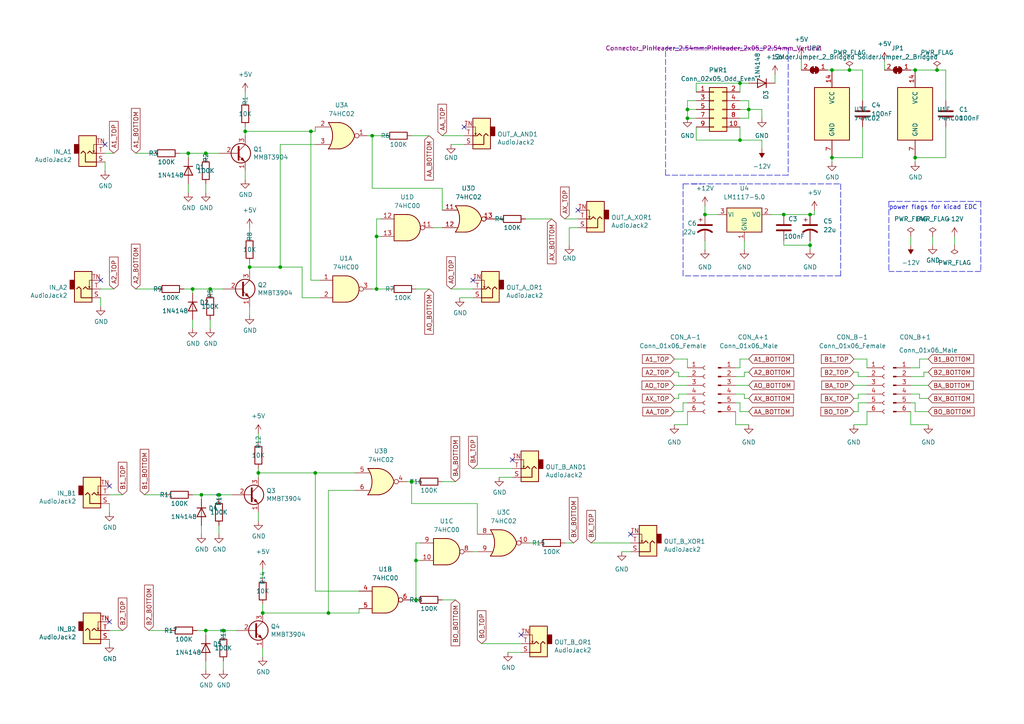
<source format=kicad_sch>
(kicad_sch (version 20211123) (generator eeschema)
  (paper "A4")
  (junction (at 95.25 177.8))
  (junction (at 199.39 31.75))
  (junction (at 265.43 20.32))
  (junction (at 214.63 24.13))
  (junction (at 64.77 182.88))
  (junction (at 109.22 83.82))
  (junction (at 91.44 137.16))
  (junction (at 60.96 83.82))
  (junction (at 72.39 77.47))
  (junction (at 204.47 62.23))
  (junction (at 227.33 62.23))
  (junction (at 217.17 31.75))
  (junction (at 214.63 40.64))
  (junction (at 58.42 143.51))
  (junction (at 76.2 177.8))
  (junction (at 74.93 137.16))
  (junction (at 246.38 20.32))
  (junction (at 90.17 38.1))
  (junction (at 109.22 68.58))
  (junction (at 81.28 77.47))
  (junction (at 265.43 45.72))
  (junction (at 59.69 44.45))
  (junction (at 234.95 62.23))
  (junction (at 71.12 38.1))
  (junction (at 54.61 44.45))
  (junction (at 120.65 162.56))
  (junction (at 63.5 143.51))
  (junction (at 55.88 83.82))
  (junction (at 119.38 139.7))
  (junction (at 199.39 34.29))
  (junction (at 107.95 39.37))
  (junction (at 271.78 20.32))
  (junction (at 241.3 45.72))
  (junction (at 241.3 20.32))
  (junction (at 120.65 173.99))
  (junction (at 59.69 182.88))
  (junction (at 234.95 71.12))
  (no_connect (at 167.64 60.96))
  (no_connect (at 31.75 140.97))
  (no_connect (at 31.75 180.34))
  (no_connect (at 148.59 133.35))
  (no_connect (at 182.88 154.94))
  (no_connect (at 151.13 184.15))
  (no_connect (at 137.16 81.28))
  (no_connect (at 134.62 36.83))
  (no_connect (at 30.48 41.91))
  (no_connect (at 29.21 81.28))
  (wire (pts (xy 90.17 81.28) (xy 92.71 81.28)))
  (wire (pts (xy 250.19 45.72) (xy 241.3 45.72)))
  (wire (pts (xy 81.28 77.47) (xy 87.63 77.47)))
  (wire (pts (xy 256.54 17.78) (xy 256.54 20.32)))
  (wire (pts (xy 76.2 175.26) (xy 76.2 177.8)))
  (wire (pts (xy 274.32 45.72) (xy 274.32 36.83)))
  (wire (pts (xy 246.38 20.32) (xy 250.19 20.32)))
  (wire (pts (xy 137.16 135.89) (xy 148.59 135.89)))
  (wire (pts (xy 198.12 116.84) (xy 198.12 119.38)))
  (wire (pts (xy 199.39 119.38) (xy 199.39 123.19)))
  (wire (pts (xy 91.44 41.91) (xy 81.28 41.91)))
  (wire (pts (xy 217.17 29.21) (xy 217.17 31.75)))
  (wire (pts (xy 120.65 162.56) (xy 120.65 173.99)))
  (wire (pts (xy 240.03 20.32) (xy 241.3 20.32)))
  (wire (pts (xy 264.16 116.84) (xy 265.43 116.84)))
  (wire (pts (xy 76.2 187.96) (xy 76.2 190.5)))
  (wire (pts (xy 270.51 68.58) (xy 270.51 71.12)))
  (wire (pts (xy 215.9 69.85) (xy 215.9 72.39)))
  (wire (pts (xy 182.88 160.02) (xy 180.34 160.02)))
  (wire (pts (xy 71.12 26.67) (xy 71.12 29.21)))
  (wire (pts (xy 104.14 171.45) (xy 91.44 171.45)))
  (wire (pts (xy 74.93 125.73) (xy 74.93 128.27)))
  (wire (pts (xy 215.9 115.57) (xy 217.17 115.57)))
  (wire (pts (xy 59.69 184.15) (xy 59.69 182.88)))
  (wire (pts (xy 119.38 146.05) (xy 119.38 139.7)))
  (wire (pts (xy 153.67 157.48) (xy 156.21 157.48)))
  (wire (pts (xy 214.63 40.64) (xy 220.98 40.64)))
  (wire (pts (xy 196.85 114.3) (xy 199.39 114.3)))
  (wire (pts (xy 148.59 138.43) (xy 144.78 138.43)))
  (wire (pts (xy 95.25 177.8) (xy 76.2 177.8)))
  (polyline (pts (xy 228.6 50.8) (xy 193.04 50.8)))
  (wire (pts (xy 59.69 44.45) (xy 63.5 44.45)))
  (wire (pts (xy 247.65 119.38) (xy 248.92 119.38)))
  (wire (pts (xy 71.12 38.1) (xy 90.17 38.1)))
  (wire (pts (xy 71.12 38.1) (xy 71.12 39.37)))
  (wire (pts (xy 64.77 182.88) (xy 64.77 184.15)))
  (wire (pts (xy 264.16 111.76) (xy 269.24 111.76)))
  (wire (pts (xy 247.65 104.14) (xy 251.46 104.14)))
  (wire (pts (xy 107.95 39.37) (xy 111.76 39.37)))
  (wire (pts (xy 241.3 20.32) (xy 246.38 20.32)))
  (wire (pts (xy 266.7 104.14) (xy 269.24 104.14)))
  (wire (pts (xy 265.43 119.38) (xy 269.24 119.38)))
  (wire (pts (xy 58.42 143.51) (xy 63.5 143.51)))
  (wire (pts (xy 118.11 139.7) (xy 119.38 139.7)))
  (wire (pts (xy 109.22 63.5) (xy 110.49 63.5)))
  (wire (pts (xy 266.7 106.68) (xy 266.7 104.14)))
  (wire (pts (xy 214.63 24.13) (xy 217.17 24.13)))
  (wire (pts (xy 54.61 53.34) (xy 54.61 55.88)))
  (wire (pts (xy 265.43 116.84) (xy 265.43 119.38)))
  (wire (pts (xy 195.58 104.14) (xy 199.39 104.14)))
  (wire (pts (xy 248.92 109.22) (xy 251.46 109.22)))
  (wire (pts (xy 251.46 123.19) (xy 247.65 123.19)))
  (polyline (pts (xy 284.48 78.74) (xy 257.81 78.74)))
  (wire (pts (xy 195.58 115.57) (xy 196.85 115.57)))
  (wire (pts (xy 223.52 62.23) (xy 227.33 62.23)))
  (wire (pts (xy 271.78 20.32) (xy 274.32 20.32)))
  (wire (pts (xy 247.65 111.76) (xy 251.46 111.76)))
  (wire (pts (xy 128.27 173.99) (xy 132.08 173.99)))
  (wire (pts (xy 54.61 44.45) (xy 52.07 44.45)))
  (polyline (pts (xy 193.04 13.97) (xy 194.31 13.97)))
  (wire (pts (xy 274.32 20.32) (xy 274.32 29.21)))
  (wire (pts (xy 232.41 16.51) (xy 232.41 20.32)))
  (wire (pts (xy 220.98 40.64) (xy 220.98 43.18)))
  (wire (pts (xy 59.69 55.88) (xy 59.69 53.34)))
  (wire (pts (xy 59.69 182.88) (xy 57.15 182.88)))
  (wire (pts (xy 250.19 20.32) (xy 250.19 29.21)))
  (wire (pts (xy 71.12 36.83) (xy 71.12 38.1)))
  (wire (pts (xy 139.7 186.69) (xy 151.13 186.69)))
  (wire (pts (xy 71.12 49.53) (xy 71.12 52.07)))
  (wire (pts (xy 120.65 157.48) (xy 120.65 162.56)))
  (wire (pts (xy 31.75 143.51) (xy 35.56 143.51)))
  (wire (pts (xy 214.63 116.84) (xy 214.63 119.38)))
  (wire (pts (xy 224.79 21.59) (xy 224.79 24.13)))
  (wire (pts (xy 234.95 71.12) (xy 234.95 72.39)))
  (wire (pts (xy 264.16 119.38) (xy 264.16 123.19)))
  (wire (pts (xy 87.63 86.36) (xy 92.71 86.36)))
  (wire (pts (xy 201.93 36.83) (xy 201.93 40.64)))
  (wire (pts (xy 130.81 83.82) (xy 137.16 83.82)))
  (wire (pts (xy 199.39 116.84) (xy 198.12 116.84)))
  (wire (pts (xy 171.45 157.48) (xy 182.88 157.48)))
  (wire (pts (xy 265.43 46.99) (xy 265.43 45.72)))
  (wire (pts (xy 55.88 85.09) (xy 55.88 83.82)))
  (wire (pts (xy 265.43 20.32) (xy 271.78 20.32)))
  (wire (pts (xy 264.16 106.68) (xy 266.7 106.68)))
  (wire (pts (xy 264.16 114.3) (xy 266.7 114.3)))
  (wire (pts (xy 267.97 109.22) (xy 267.97 107.95)))
  (wire (pts (xy 63.5 143.51) (xy 63.5 144.78)))
  (wire (pts (xy 199.39 106.68) (xy 199.39 104.14)))
  (wire (pts (xy 201.93 29.21) (xy 199.39 29.21)))
  (wire (pts (xy 95.25 142.24) (xy 95.25 177.8)))
  (wire (pts (xy 90.17 38.1) (xy 90.17 81.28)))
  (wire (pts (xy 31.75 146.05) (xy 31.75 148.59)))
  (wire (pts (xy 121.92 162.56) (xy 120.65 162.56)))
  (wire (pts (xy 247.65 107.95) (xy 248.92 107.95)))
  (wire (pts (xy 74.93 148.59) (xy 74.93 151.13)))
  (wire (pts (xy 248.92 107.95) (xy 248.92 109.22)))
  (wire (pts (xy 128.27 139.7) (xy 132.08 139.7)))
  (wire (pts (xy 58.42 152.4) (xy 58.42 154.94)))
  (wire (pts (xy 63.5 154.94) (xy 63.5 152.4)))
  (wire (pts (xy 134.62 41.91) (xy 130.81 41.91)))
  (wire (pts (xy 81.28 41.91) (xy 81.28 77.47)))
  (wire (pts (xy 91.44 38.1) (xy 91.44 36.83)))
  (wire (pts (xy 213.36 119.38) (xy 213.36 123.19)))
  (wire (pts (xy 151.13 189.23) (xy 147.32 189.23)))
  (wire (pts (xy 248.92 119.38) (xy 248.92 116.84)))
  (wire (pts (xy 72.39 88.9) (xy 72.39 91.44)))
  (polyline (pts (xy 193.04 13.97) (xy 228.6 13.97)))
  (wire (pts (xy 120.65 83.82) (xy 124.46 83.82)))
  (polyline (pts (xy 243.84 53.34) (xy 243.84 80.01)))
  (wire (pts (xy 60.96 83.82) (xy 64.77 83.82)))
  (wire (pts (xy 128.27 54.61) (xy 128.27 60.96)))
  (wire (pts (xy 64.77 182.88) (xy 68.58 182.88)))
  (wire (pts (xy 196.85 107.95) (xy 196.85 109.22)))
  (wire (pts (xy 109.22 83.82) (xy 109.22 68.58)))
  (wire (pts (xy 107.95 39.37) (xy 107.95 54.61)))
  (wire (pts (xy 64.77 194.31) (xy 64.77 191.77)))
  (wire (pts (xy 72.39 77.47) (xy 81.28 77.47)))
  (wire (pts (xy 167.64 66.04) (xy 165.1 66.04)))
  (wire (pts (xy 59.69 44.45) (xy 59.69 45.72)))
  (wire (pts (xy 250.19 36.83) (xy 250.19 45.72)))
  (wire (pts (xy 199.39 31.75) (xy 201.93 31.75)))
  (wire (pts (xy 163.83 63.5) (xy 167.64 63.5)))
  (polyline (pts (xy 243.84 80.01) (xy 198.12 80.01)))
  (polyline (pts (xy 198.12 53.34) (xy 203.2 53.34)))
  (wire (pts (xy 265.43 45.72) (xy 274.32 45.72)))
  (wire (pts (xy 213.36 116.84) (xy 214.63 116.84)))
  (wire (pts (xy 214.63 119.38) (xy 217.17 119.38)))
  (wire (pts (xy 199.39 31.75) (xy 199.39 34.29)))
  (wire (pts (xy 214.63 24.13) (xy 201.93 24.13)))
  (wire (pts (xy 74.93 137.16) (xy 74.93 138.43)))
  (wire (pts (xy 199.39 34.29) (xy 201.93 34.29)))
  (wire (pts (xy 63.5 143.51) (xy 67.31 143.51)))
  (wire (pts (xy 107.95 83.82) (xy 109.22 83.82)))
  (wire (pts (xy 204.47 69.85) (xy 204.47 72.39)))
  (wire (pts (xy 264.16 20.32) (xy 265.43 20.32)))
  (wire (pts (xy 72.39 76.2) (xy 72.39 77.47)))
  (wire (pts (xy 204.47 62.23) (xy 208.28 62.23)))
  (wire (pts (xy 217.17 31.75) (xy 217.17 34.29)))
  (wire (pts (xy 109.22 83.82) (xy 113.03 83.82)))
  (wire (pts (xy 163.83 157.48) (xy 166.37 157.48)))
  (wire (pts (xy 247.65 115.57) (xy 248.92 115.57)))
  (wire (pts (xy 214.63 106.68) (xy 214.63 104.14)))
  (wire (pts (xy 54.61 44.45) (xy 59.69 44.45)))
  (wire (pts (xy 215.9 109.22) (xy 215.9 107.95)))
  (wire (pts (xy 201.93 40.64) (xy 214.63 40.64)))
  (wire (pts (xy 227.33 69.85) (xy 227.33 71.12)))
  (wire (pts (xy 55.88 83.82) (xy 53.34 83.82)))
  (wire (pts (xy 72.39 66.04) (xy 72.39 68.58)))
  (wire (pts (xy 55.88 83.82) (xy 60.96 83.82)))
  (wire (pts (xy 215.9 107.95) (xy 217.17 107.95)))
  (wire (pts (xy 72.39 77.47) (xy 72.39 78.74)))
  (polyline (pts (xy 193.04 50.8) (xy 193.04 13.97)))
  (wire (pts (xy 266.7 115.57) (xy 269.24 115.57)))
  (wire (pts (xy 215.9 114.3) (xy 215.9 115.57)))
  (wire (pts (xy 196.85 109.22) (xy 199.39 109.22)))
  (wire (pts (xy 165.1 66.04) (xy 165.1 71.12)))
  (wire (pts (xy 264.16 109.22) (xy 267.97 109.22)))
  (wire (pts (xy 227.33 71.12) (xy 234.95 71.12)))
  (wire (pts (xy 29.21 83.82) (xy 33.02 83.82)))
  (wire (pts (xy 241.3 46.99) (xy 241.3 45.72)))
  (polyline (pts (xy 198.12 80.01) (xy 198.12 53.34)))
  (wire (pts (xy 199.39 29.21) (xy 199.39 31.75)))
  (polyline (pts (xy 257.81 58.42) (xy 284.48 58.42)))
  (wire (pts (xy 58.42 143.51) (xy 55.88 143.51)))
  (wire (pts (xy 137.16 86.36) (xy 133.35 86.36)))
  (wire (pts (xy 31.75 182.88) (xy 35.56 182.88)))
  (polyline (pts (xy 228.6 13.97) (xy 228.6 50.8)))
  (wire (pts (xy 119.38 139.7) (xy 120.65 139.7)))
  (wire (pts (xy 213.36 111.76) (xy 217.17 111.76)))
  (wire (pts (xy 214.63 29.21) (xy 217.17 29.21)))
  (wire (pts (xy 102.87 142.24) (xy 95.25 142.24)))
  (wire (pts (xy 217.17 31.75) (xy 220.98 31.75)))
  (wire (pts (xy 30.48 46.99) (xy 30.48 49.53)))
  (wire (pts (xy 264.16 123.19) (xy 269.24 123.19)))
  (wire (pts (xy 76.2 165.1) (xy 76.2 167.64)))
  (wire (pts (xy 266.7 114.3) (xy 266.7 115.57)))
  (wire (pts (xy 214.63 40.64) (xy 214.63 36.83)))
  (wire (pts (xy 106.68 39.37) (xy 107.95 39.37)))
  (wire (pts (xy 227.33 62.23) (xy 234.95 62.23)))
  (wire (pts (xy 87.63 77.47) (xy 87.63 86.36)))
  (wire (pts (xy 91.44 137.16) (xy 102.87 137.16)))
  (wire (pts (xy 198.12 119.38) (xy 195.58 119.38)))
  (wire (pts (xy 213.36 109.22) (xy 215.9 109.22)))
  (wire (pts (xy 264.16 68.58) (xy 264.16 71.12)))
  (wire (pts (xy 107.95 54.61) (xy 128.27 54.61)))
  (polyline (pts (xy 257.81 58.42) (xy 257.81 78.74)))
  (wire (pts (xy 60.96 83.82) (xy 60.96 85.09)))
  (wire (pts (xy 119.38 173.99) (xy 120.65 173.99)))
  (wire (pts (xy 217.17 34.29) (xy 214.63 34.29)))
  (wire (pts (xy 214.63 104.14) (xy 217.17 104.14)))
  (wire (pts (xy 121.92 157.48) (xy 120.65 157.48)))
  (wire (pts (xy 109.22 68.58) (xy 110.49 68.58)))
  (polyline (pts (xy 200.66 53.34) (xy 243.84 53.34)))
  (wire (pts (xy 137.16 160.02) (xy 138.43 160.02)))
  (wire (pts (xy 91.44 171.45) (xy 91.44 137.16)))
  (wire (pts (xy 119.38 39.37) (xy 124.46 39.37)))
  (wire (pts (xy 199.39 123.19) (xy 195.58 123.19)))
  (wire (pts (xy 236.22 60.96) (xy 236.22 62.23)))
  (wire (pts (xy 195.58 111.76) (xy 199.39 111.76)))
  (wire (pts (xy 109.22 63.5) (xy 109.22 68.58)))
  (polyline (pts (xy 284.48 58.42) (xy 284.48 78.74)))
  (wire (pts (xy 248.92 114.3) (xy 251.46 114.3)))
  (wire (pts (xy 41.91 143.51) (xy 48.26 143.51)))
  (wire (pts (xy 251.46 104.14) (xy 251.46 106.68)))
  (wire (pts (xy 43.18 182.88) (xy 49.53 182.88)))
  (wire (pts (xy 213.36 114.3) (xy 215.9 114.3)))
  (wire (pts (xy 55.88 92.71) (xy 55.88 95.25)))
  (wire (pts (xy 39.37 44.45) (xy 44.45 44.45)))
  (wire (pts (xy 251.46 119.38) (xy 251.46 123.19)))
  (wire (pts (xy 74.93 137.16) (xy 91.44 137.16)))
  (wire (pts (xy 214.63 31.75) (xy 217.17 31.75)))
  (wire (pts (xy 248.92 116.84) (xy 251.46 116.84)))
  (wire (pts (xy 201.93 24.13) (xy 201.93 26.67)))
  (wire (pts (xy 204.47 59.69) (xy 204.47 62.23)))
  (wire (pts (xy 59.69 182.88) (xy 64.77 182.88)))
  (wire (pts (xy 213.36 123.19) (xy 217.17 123.19)))
  (wire (pts (xy 213.36 106.68) (xy 214.63 106.68)))
  (wire (pts (xy 220.98 31.75) (xy 220.98 34.29)))
  (wire (pts (xy 276.86 68.58) (xy 276.86 71.12)))
  (wire (pts (xy 267.97 107.95) (xy 269.24 107.95)))
  (wire (pts (xy 90.17 38.1) (xy 91.44 38.1)))
  (wire (pts (xy 214.63 26.67) (xy 214.63 24.13)))
  (wire (pts (xy 54.61 45.72) (xy 54.61 44.45)))
  (wire (pts (xy 138.43 154.94) (xy 138.43 146.05)))
  (wire (pts (xy 125.73 66.04) (xy 128.27 66.04)))
  (wire (pts (xy 152.4 63.5) (xy 160.02 63.5)))
  (wire (pts (xy 128.27 39.37) (xy 134.62 39.37)))
  (wire (pts (xy 60.96 95.25) (xy 60.96 92.71)))
  (wire (pts (xy 95.25 177.8) (xy 104.14 177.8)))
  (wire (pts (xy 248.92 115.57) (xy 248.92 114.3)))
  (wire (pts (xy 143.51 63.5) (xy 144.78 63.5)))
  (wire (pts (xy 195.58 107.95) (xy 196.85 107.95)))
  (wire (pts (xy 104.14 176.53) (xy 104.14 177.8)))
  (wire (pts (xy 196.85 115.57) (xy 196.85 114.3)))
  (wire (pts (xy 29.21 86.36) (xy 29.21 88.9)))
  (wire (pts (xy 59.69 191.77) (xy 59.69 194.31)))
  (wire (pts (xy 39.37 83.82) (xy 45.72 83.82)))
  (wire (pts (xy 234.95 69.85) (xy 234.95 71.12)))
  (wire (pts (xy 138.43 146.05) (xy 119.38 146.05)))
  (wire (pts (xy 234.95 62.23) (xy 236.22 62.23)))
  (wire (pts (xy 58.42 144.78) (xy 58.42 143.51)))
  (wire (pts (xy 74.93 135.89) (xy 74.93 137.16)))
  (wire (pts (xy 31.75 185.42) (xy 31.75 186.69)))
  (wire (pts (xy 30.48 44.45) (xy 33.02 44.45)))
  (text "power flags for kicad EDC" (at 257.81 60.96 0) (effects (font (size 1.27 1.27)) (justify left bottom)))
  (global_label "AA_TOP" (shape input) (at 195.58 119.38 180) (property "Intersheet References" "${INTERSHEET_REFS}" (effects hide)))
  (global_label "AX_TOP" (shape input) (at 163.83 63.5 90) (property "Intersheet References" "${INTERSHEET_REFS}" (effects hide)))
  (global_label "B1_TOP" (shape input) (at 35.56 143.51 90) (property "Intersheet References" "${INTERSHEET_REFS}" (effects hide)))
  (global_label "AA_BOTTOM" (shape input) (at 124.46 39.37 270) (property "Intersheet References" "${INTERSHEET_REFS}" (effects hide)))
  (global_label "BA_TOP" (shape input) (at 247.65 111.76 180) (property "Intersheet References" "${INTERSHEET_REFS}" (effects hide)))
  (global_label "A1_TOP" (shape input) (at 33.02 44.45 90) (property "Intersheet References" "${INTERSHEET_REFS}" (effects hide)))
  (global_label "AA_BOTTOM" (shape input) (at 217.17 119.38 0) (property "Intersheet References" "${INTERSHEET_REFS}" (effects hide)))
  (global_label "AO_TOP" (shape input) (at 130.81 83.82 90) (property "Intersheet References" "${INTERSHEET_REFS}" (effects hide)))
  (global_label "AX_BOTTOM" (shape input) (at 217.17 115.57 0) (property "Intersheet References" "${INTERSHEET_REFS}" (effects hide)))
  (global_label "BO_TOP" (shape input) (at 139.7 186.69 90) (property "Intersheet References" "${INTERSHEET_REFS}" (effects hide)))
  (global_label "B2_TOP" (shape input) (at 247.65 107.95 180) (property "Intersheet References" "${INTERSHEET_REFS}" (effects hide)))
  (global_label "AX_TOP" (shape input) (at 195.58 115.57 180) (property "Intersheet References" "${INTERSHEET_REFS}" (effects hide)))
  (global_label "A1_TOP" (shape input) (at 195.58 104.14 180) (property "Intersheet References" "${INTERSHEET_REFS}" (effects hide)))
  (global_label "A1_BOTTOM" (shape input) (at 217.17 104.14 0) (property "Intersheet References" "${INTERSHEET_REFS}" (effects hide)))
  (global_label "A2_BOTTOM" (shape input) (at 39.37 83.82 90) (property "Intersheet References" "${INTERSHEET_REFS}" (effects hide)))
  (global_label "BX_BOTTOM" (shape input) (at 166.37 157.48 90) (property "Intersheet References" "${INTERSHEET_REFS}" (effects hide)))
  (global_label "BO_BOTTOM" (shape input) (at 132.08 173.99 270) (property "Intersheet References" "${INTERSHEET_REFS}" (effects hide)))
  (global_label "B2_BOTTOM" (shape input) (at 269.24 107.95 0) (property "Intersheet References" "${INTERSHEET_REFS}" (effects hide)))
  (global_label "BX_TOP" (shape input) (at 247.65 115.57 180) (property "Intersheet References" "${INTERSHEET_REFS}" (effects hide)))
  (global_label "B1_BOTTOM" (shape input) (at 41.91 143.51 90) (property "Intersheet References" "${INTERSHEET_REFS}" (effects hide)))
  (global_label "B2_TOP" (shape input) (at 35.56 182.88 90) (property "Intersheet References" "${INTERSHEET_REFS}" (effects hide)))
  (global_label "BX_BOTTOM" (shape input) (at 269.24 115.57 0) (property "Intersheet References" "${INTERSHEET_REFS}" (effects hide)))
  (global_label "AO_BOTTOM" (shape input) (at 124.46 83.82 270) (property "Intersheet References" "${INTERSHEET_REFS}" (effects hide)))
  (global_label "B1_BOTTOM" (shape input) (at 269.24 104.14 0) (property "Intersheet References" "${INTERSHEET_REFS}" (effects hide)))
  (global_label "BA_TOP" (shape input) (at 137.16 135.89 90) (property "Intersheet References" "${INTERSHEET_REFS}" (effects hide)))
  (global_label "BA_BOTTOM" (shape input) (at 269.24 111.76 0) (property "Intersheet References" "${INTERSHEET_REFS}" (effects hide)))
  (global_label "A2_TOP" (shape input) (at 195.58 107.95 180) (property "Intersheet References" "${INTERSHEET_REFS}" (effects hide)))
  (global_label "AX_BOTTOM" (shape input) (at 160.02 63.5 270) (property "Intersheet References" "${INTERSHEET_REFS}" (effects hide)))
  (global_label "A2_TOP" (shape input) (at 33.02 83.82 90) (property "Intersheet References" "${INTERSHEET_REFS}" (effects hide)))
  (global_label "AA_TOP" (shape input) (at 128.27 39.37 90) (property "Intersheet References" "${INTERSHEET_REFS}" (effects hide)))
  (global_label "B2_BOTTOM" (shape input) (at 43.18 182.88 90) (property "Intersheet References" "${INTERSHEET_REFS}" (effects hide)))
  (global_label "BO_BOTTOM" (shape input) (at 269.24 119.38 0) (property "Intersheet References" "${INTERSHEET_REFS}" (effects hide)))
  (global_label "A1_BOTTOM" (shape input) (at 39.37 44.45 90) (property "Intersheet References" "${INTERSHEET_REFS}" (effects hide)))
  (global_label "B1_TOP" (shape input) (at 247.65 104.14 180) (property "Intersheet References" "${INTERSHEET_REFS}" (effects hide)))
  (global_label "BX_TOP" (shape input) (at 171.45 157.48 90) (property "Intersheet References" "${INTERSHEET_REFS}" (effects hide)))
  (global_label "AO_TOP" (shape input) (at 195.58 111.76 180) (property "Intersheet References" "${INTERSHEET_REFS}" (effects hide)))
  (global_label "A2_BOTTOM" (shape input) (at 217.17 107.95 0) (property "Intersheet References" "${INTERSHEET_REFS}" (effects hide)))
  (global_label "AO_BOTTOM" (shape input) (at 217.17 111.76 0) (property "Intersheet References" "${INTERSHEET_REFS}" (effects hide)))
  (global_label "BA_BOTTOM" (shape input) (at 132.08 139.7 90) (property "Intersheet References" "${INTERSHEET_REFS}" (effects hide)))
  (global_label "BO_TOP" (shape input) (at 247.65 119.38 180) (property "Intersheet References" "${INTERSHEET_REFS}" (effects hide)))
  (symbol (lib_id "Device:R") (at 124.46 173.99 90) (unit 1)
    (property "Reference" "R18" (at 120.65 173.99 90))
    (property "Value" "100K" (at 124.46 176.53 90))
    (property "Footprint" "Resistor_SMD:R_0603_1608Metric" (effects hide))
    (property "LCSC" "C25803" (effects hide))
  )
  (symbol (lib_id "Diode:1N4148") (at 220.98 24.13 180) (unit 1)
    (property "Reference" "D3" (at 222.1484 26.162 90) (effects (justify left)))
    (property "Value" "1N4148" (at 219.71 15.24 90) (effects (justify left)))
    (property "Footprint" "Diode_SMD:D_SOD-323" (effects hide))
    (property "Datasheet" "https://assets.nexperia.com/documents/data-sheet/1N4148_1N4448.pdf" (effects hide))
    (property "LCSC" "C2128" (effects hide))
  )
  (symbol (lib_id "74xx:74HC00") (at 111.76 173.99 0) (unit 2)
    (property "Reference" "U1" (at 111.76 165.1 0))
    (property "Value" "74HC00" (at 111.76 167.64 0))
    (property "Footprint" "Package_SO:SOIC-14_3.9x8.7mm_P1.27mm" (effects hide))
    (property "Datasheet" "http://www.ti.com/lit/gpn/sn74hc00" (effects hide))
    (property "LCSC" "C155451" (effects hide))
  )
  (symbol (lib_id "power:+5V") (at 71.12 26.67 0) (unit 1)
    (property "Reference" "#PWR0111" (effects hide))
    (property "Value" "+5V" (at 71.12 21.59 0))
  )
  (symbol (lib_id "power:GND") (at 63.5 154.94 0) (unit 1)
    (property "Reference" "#PWR0112" (effects hide))
    (property "Value" "GND" (at 63.627 159.3342 0))
  )
  (symbol (lib_id "power:GND") (at 59.69 55.88 0) (unit 1)
    (property "Reference" "#PWR0103" (effects hide))
    (property "Value" "GND" (at 59.817 60.2742 0))
  )
  (symbol (lib_id "power:GND") (at 165.1 71.12 0) (unit 1)
    (property "Reference" "#PWR0141" (effects hide))
    (property "Value" "GND" (at 165.1 74.93 0))
  )
  (symbol (lib_id "power:GND") (at 199.39 34.29 0) (unit 1)
    (property "Reference" "#PWR0147" (effects hide))
    (property "Value" "GND" (at 199.39 39.37 0))
  )
  (symbol (lib_id "Jumper:SolderJumper_2_Bridged") (at 236.22 20.32 180) (unit 1) (in_bom no)
    (property "Reference" "JP2" (at 236.22 13.97 0))
    (property "Value" "SolderJumper_2_Bridged" (at 236.22 16.51 0))
    (property "Footprint" "Jumper:SolderJumper-2_P1.3mm_Bridged_Pad1.0x1.5mm" (effects hide))
  )
  (symbol (lib_id "Jumper:SolderJumper_2_Bridged") (at 260.35 20.32 180) (unit 1) (in_bom no)
    (property "Reference" "JP1" (at 260.35 13.97 0))
    (property "Value" "SolderJumper_2_Bridged" (at 260.35 16.51 0))
    (property "Footprint" "Jumper:SolderJumper-2_P1.3mm_Bridged_Pad1.0x1.5mm" (effects hide))
  )
  (symbol (lib_id "Device:Q_NPN_EBC") (at 69.85 83.82 0) (unit 1)
    (property "Reference" "Q2" (at 74.7014 82.6516 0) (effects (justify left)))
    (property "Value" "MMBT3904" (at 74.7014 84.963 0) (effects (justify left)))
    (property "Footprint" "Package_TO_SOT_SMD:SOT-23" (effects hide))
    (property "LCSC" "C20526" (effects hide))
  )
  (symbol (lib_id "Device:R") (at 160.02 157.48 90) (unit 1)
    (property "Reference" "R15" (at 156.21 157.48 90))
    (property "Value" "100K" (at 160.02 160.02 90))
    (property "Footprint" "Resistor_SMD:R_0603_1608Metric" (effects hide))
    (property "LCSC" "C25803" (effects hide))
  )
  (symbol (lib_id "power:GND") (at 29.21 88.9 0) (unit 1)
    (property "Reference" "#PWR0104" (effects hide))
    (property "Value" "GND" (at 29.337 93.2942 0))
  )
  (symbol (lib_id "power:GND") (at 215.9 72.39 0) (unit 1)
    (property "Reference" "#PWR0139" (effects hide))
    (property "Value" "GND" (at 215.9 77.47 0))
  )
  (symbol (lib_id "power:+5V") (at 72.39 66.04 0) (unit 1)
    (property "Reference" "#PWR0114" (effects hide))
    (property "Value" "+5V" (at 72.39 60.96 0))
  )
  (symbol (lib_id "Device:R") (at 59.69 49.53 0) (unit 1)
    (property "Reference" "R2" (at 59.69 45.72 90))
    (property "Value" "100K" (at 59.69 49.53 0))
    (property "Footprint" "Resistor_SMD:R_0603_1608Metric" (effects hide))
    (property "LCSC" "C25803" (effects hide))
  )
  (symbol (lib_id "Diode:1N4148") (at 59.69 187.96 270) (unit 1)
    (property "Reference" "D5" (at 61.722 186.7916 90) (effects (justify left)))
    (property "Value" "1N4148" (at 50.8 189.23 90) (effects (justify left)))
    (property "Footprint" "Diode_SMD:D_SOD-323" (effects hide))
    (property "Datasheet" "https://assets.nexperia.com/documents/data-sheet/1N4148_1N4448.pdf" (effects hide))
    (property "LCSC" "C2128" (effects hide))
  )
  (symbol (lib_id "power:PWR_FLAG") (at 264.16 68.58 0) (unit 1)
    (property "Reference" "#FLG0104" (effects hide))
    (property "Value" "PWR_FLAG" (at 264.16 63.5 0))
  )
  (symbol (lib_id "power:GND") (at 247.65 123.19 0) (unit 1)
    (property "Reference" "#PWR0144" (effects hide))
    (property "Value" "GND" (at 247.65 128.27 0))
  )
  (symbol (lib_id "Connector:AudioJack2_SwitchT") (at 153.67 135.89 180) (unit 1)
    (property "Reference" "OUT_B_AND1" (at 158.2166 135.4582 0) (effects (justify right)))
    (property "Value" "AudioJack2" (at 158.2166 137.7696 0) (effects (justify right)))
    (property "Footprint" "Thonk:Jack_3.5mm_QingPu_WQP-PJ398SM_Vertical" (effects hide))
  )
  (symbol (lib_id "Connector:AudioJack2_SwitchT") (at 142.24 83.82 180) (unit 1)
    (property "Reference" "OUT_A_OR1" (at 146.7866 83.3882 0) (effects (justify right)))
    (property "Value" "AudioJack2" (at 146.7866 85.6996 0) (effects (justify right)))
    (property "Footprint" "Thonk:Jack_3.5mm_QingPu_WQP-PJ398SM_Vertical" (effects hide))
  )
  (symbol (lib_id "Device:R") (at 124.46 139.7 90) (unit 1)
    (property "Reference" "R16" (at 120.65 139.7 90))
    (property "Value" "100K" (at 124.46 142.24 90))
    (property "Footprint" "Resistor_SMD:R_0603_1608Metric" (effects hide))
    (property "LCSC" "C25803" (effects hide))
  )
  (symbol (lib_id "Connector:AudioJack2_SwitchT") (at 156.21 186.69 180) (unit 1)
    (property "Reference" "OUT_B_OR1" (at 160.7566 186.2582 0) (effects (justify right)))
    (property "Value" "AudioJack2" (at 160.7566 188.5696 0) (effects (justify right)))
    (property "Footprint" "Thonk:Jack_3.5mm_QingPu_WQP-PJ398SM_Vertical" (effects hide))
  )
  (symbol (lib_id "Device:Q_NPN_EBC") (at 68.58 44.45 0) (unit 1)
    (property "Reference" "Q1" (at 73.4314 43.2816 0) (effects (justify left)))
    (property "Value" "MMBT3904" (at 73.4314 45.593 0) (effects (justify left)))
    (property "Footprint" "Package_TO_SOT_SMD:SOT-23" (effects hide))
    (property "LCSC" "C20526" (effects hide))
  )
  (symbol (lib_id "power:GND") (at 204.47 72.39 0) (unit 1)
    (property "Reference" "#PWR0138" (effects hide))
    (property "Value" "GND" (at 204.47 77.47 0))
  )
  (symbol (lib_id "74xx:74HC00") (at 118.11 66.04 0) (unit 4)
    (property "Reference" "U1" (at 118.11 57.15 0))
    (property "Value" "74HC00" (at 118.11 59.69 0))
    (property "Footprint" "Package_SO:SOIC-14_3.9x8.7mm_P1.27mm" (effects hide))
    (property "Datasheet" "http://www.ti.com/lit/gpn/sn74hc00" (effects hide))
    (property "LCSC" "C155451" (effects hide))
  )
  (symbol (lib_id "Diode:1N4148") (at 58.42 148.59 270) (unit 1)
    (property "Reference" "D4" (at 60.452 147.4216 90) (effects (justify left)))
    (property "Value" "1N4148" (at 49.53 149.86 90) (effects (justify left)))
    (property "Footprint" "Diode_SMD:D_SOD-323" (effects hide))
    (property "Datasheet" "https://assets.nexperia.com/documents/data-sheet/1N4148_1N4448.pdf" (effects hide))
    (property "LCSC" "C2128" (effects hide))
  )
  (symbol (lib_id "power:-12V") (at 264.16 71.12 180) (unit 1)
    (property "Reference" "#PWR0151" (effects hide))
    (property "Value" "-12V" (at 264.16 76.2 0))
  )
  (symbol (lib_id "power:GND") (at 241.3 46.99 0) (unit 1)
    (property "Reference" "#PWR0133" (effects hide))
    (property "Value" "GND" (at 241.427 51.3842 0))
  )
  (symbol (lib_id "74xx:74HC02") (at 146.05 157.48 0) (unit 3)
    (property "Reference" "U3" (at 146.05 148.59 0))
    (property "Value" "74HC02" (at 146.05 151.13 0))
    (property "Footprint" "Package_SO:SOIC-14_3.9x8.7mm_P1.27mm" (effects hide))
    (property "Datasheet" "http://www.ti.com/lit/gpn/sn74hc02" (effects hide))
    (property "LCSC" "C5588" (effects hide))
  )
  (symbol (lib_id "Connector:Conn_01x06_Female") (at 256.54 111.76 0) (unit 1)
    (property "Reference" "CON_B-1" (at 242.57 97.79 0) (effects (justify left)))
    (property "Value" "Conn_01x06_Female" (at 237.49 100.33 0) (effects (justify left)))
    (property "Footprint" "Connector_PinSocket_2.54mm:PinSocket_1x06_P2.54mm_Vertical" (effects hide))
  )
  (symbol (lib_id "Device:R") (at 74.93 132.08 0) (unit 1)
    (property "Reference" "R12" (at 74.93 128.27 90))
    (property "Value" "10K" (at 74.93 132.08 0))
    (property "Footprint" "Resistor_SMD:R_0603_1608Metric" (effects hide))
    (property "LCSC" "C25804" (effects hide))
  )
  (symbol (lib_id "power:+5V") (at 76.2 165.1 0) (unit 1)
    (property "Reference" "#PWR0119" (effects hide))
    (property "Value" "+5V" (at 76.2 160.02 0))
  )
  (symbol (lib_id "power:GND") (at 234.95 72.39 0) (unit 1)
    (property "Reference" "#PWR0128" (effects hide))
    (property "Value" "GND" (at 234.95 77.47 0))
  )
  (symbol (lib_id "Diode:1N4148") (at 55.88 88.9 270) (unit 1)
    (property "Reference" "D2" (at 57.912 87.7316 90) (effects (justify left)))
    (property "Value" "1N4148" (at 46.99 90.17 90) (effects (justify left)))
    (property "Footprint" "Diode_SMD:D_SOD-323" (effects hide))
    (property "Datasheet" "https://assets.nexperia.com/documents/data-sheet/1N4148_1N4448.pdf" (effects hide))
    (property "LCSC" "C2128" (effects hide))
  )
  (symbol (lib_id "Device:R") (at 64.77 187.96 0) (unit 1)
    (property "Reference" "R13" (at 64.77 184.15 90))
    (property "Value" "100K" (at 64.77 187.96 0))
    (property "Footprint" "Resistor_SMD:R_0603_1608Metric" (effects hide))
    (property "LCSC" "C25803" (effects hide))
  )
  (symbol (lib_id "74xx:74HC02") (at 241.3 33.02 0) (unit 5)
    (property "Reference" "U3" (at 247.65 31.7499 0) (effects (justify left)))
    (property "Value" "74HC02" (at 247.65 34.2899 0) (effects (justify left)))
    (property "Footprint" "Package_SO:SOIC-14_3.9x8.7mm_P1.27mm" (effects hide))
    (property "Datasheet" "http://www.ti.com/lit/gpn/sn74hc02" (effects hide))
    (property "LCSC" "C5588" (effects hide))
  )
  (symbol (lib_id "74xx:74HC00") (at 100.33 83.82 0) (unit 1)
    (property "Reference" "U1" (at 100.33 74.93 0))
    (property "Value" "74HC00" (at 100.33 77.47 0))
    (property "Footprint" "Package_SO:SOIC-14_3.9x8.7mm_P1.27mm" (effects hide))
    (property "Datasheet" "http://www.ti.com/lit/gpn/sn74hc00" (effects hide))
    (property "LCSC" "C155451" (effects hide))
  )
  (symbol (lib_id "Device:R") (at 116.84 83.82 90) (unit 1)
    (property "Reference" "R7" (at 113.03 83.82 90))
    (property "Value" "100K" (at 116.84 86.36 90))
    (property "Footprint" "Resistor_SMD:R_0603_1608Metric" (effects hide))
    (property "LCSC" "C25803" (effects hide))
  )
  (symbol (lib_id "Device:Q_NPN_EBC") (at 72.39 143.51 0) (unit 1)
    (property "Reference" "Q3" (at 77.2414 142.3416 0) (effects (justify left)))
    (property "Value" "MMBT3904" (at 77.2414 144.653 0) (effects (justify left)))
    (property "Footprint" "Package_TO_SOT_SMD:SOT-23" (effects hide))
    (property "LCSC" "C20526" (effects hide))
  )
  (symbol (lib_id "power:GND") (at 130.81 41.91 0) (unit 1)
    (property "Reference" "#PWR0136" (effects hide))
    (property "Value" "GND" (at 130.81 45.72 0))
  )
  (symbol (lib_id "power:+12V") (at 224.79 21.59 0) (unit 1)
    (property "Reference" "#PWR0126" (effects hide))
    (property "Value" "+12V" (at 224.79 16.51 0))
  )
  (symbol (lib_id "power:+5V") (at 236.22 60.96 0) (unit 1)
    (property "Reference" "#PWR0135" (effects hide))
    (property "Value" "+5V" (at 236.22 55.88 0))
  )
  (symbol (lib_id "power:GND") (at 180.34 160.02 0) (unit 1)
    (property "Reference" "#PWR0124" (effects hide))
    (property "Value" "GND" (at 180.34 165.1 0))
  )
  (symbol (lib_id "Device:R") (at 60.96 88.9 0) (unit 1)
    (property "Reference" "R5" (at 60.96 85.09 90))
    (property "Value" "100K" (at 60.96 88.9 0))
    (property "Footprint" "Resistor_SMD:R_0603_1608Metric" (effects hide))
    (property "LCSC" "C25803" (effects hide))
  )
  (symbol (lib_id "Connector:AudioJack2_SwitchT") (at 24.13 83.82 0) (mirror x) (unit 1)
    (property "Reference" "IN_A2" (at 19.5834 83.3882 0) (effects (justify right)))
    (property "Value" "AudioJack2" (at 19.5834 85.6996 0) (effects (justify right)))
    (property "Footprint" "Thonk:Jack_3.5mm_QingPu_WQP-PJ398SM_Vertical" (effects hide))
  )
  (symbol (lib_id "Device:R") (at 71.12 33.02 0) (unit 1)
    (property "Reference" "R1" (at 71.12 29.21 90))
    (property "Value" "10K" (at 71.12 33.02 0))
    (property "Footprint" "Resistor_SMD:R_0603_1608Metric" (effects hide))
    (property "LCSC" "C25804" (effects hide))
  )
  (symbol (lib_id "74xx:74HC02") (at 110.49 139.7 0) (unit 2)
    (property "Reference" "U3" (at 110.49 130.81 0))
    (property "Value" "74HC02" (at 110.49 133.35 0))
    (property "Footprint" "Package_SO:SOIC-14_3.9x8.7mm_P1.27mm" (effects hide))
    (property "Datasheet" "http://www.ti.com/lit/gpn/sn74hc02" (effects hide))
    (property "LCSC" "C5588" (effects hide))
  )
  (symbol (lib_id "power:+5V") (at 74.93 125.73 0) (unit 1)
    (property "Reference" "#PWR0116" (effects hide))
    (property "Value" "+5V" (at 74.93 120.65 0))
  )
  (symbol (lib_id "Connector:Conn_01x06_Male") (at 259.08 111.76 0) (unit 1)
    (property "Reference" "CON_B+1" (at 265.43 97.79 0))
    (property "Value" "Conn_01x06_Male" (at 269.24 101.6 0))
    (property "Footprint" "Connector_PinHeader_2.54mm:PinHeader_1x06_P2.54mm_Vertical" (effects hide))
  )
  (symbol (lib_id "Device:R") (at 53.34 182.88 90) (unit 1)
    (property "Reference" "R17" (at 49.53 182.88 90))
    (property "Value" "100K" (at 53.34 185.42 90))
    (property "Footprint" "Resistor_SMD:R_0603_1608Metric" (effects hide))
    (property "LCSC" "C25803" (effects hide))
  )
  (symbol (lib_id "power:PWR_FLAG") (at 270.51 68.58 0) (unit 1)
    (property "Reference" "#FLG0101" (effects hide))
    (property "Value" "PWR_FLAG" (at 270.51 63.5 0))
  )
  (symbol (lib_id "Regulator_Linear:LM1117-5.0") (at 215.9 62.23 0) (unit 1)
    (property "Reference" "U4" (at 215.9 54.61 0))
    (property "Value" "LM1117-5.0" (at 215.9 57.15 0))
    (property "Footprint" "Package_TO_SOT_SMD:SOT-223" (effects hide))
    (property "Datasheet" "http://www.ti.com/lit/ds/symlink/lm1117.pdf" (effects hide))
    (property "LCSC" "C473812" (effects hide))
  )
  (symbol (lib_id "Device:Q_NPN_EBC") (at 73.66 182.88 0) (unit 1)
    (property "Reference" "Q4" (at 78.5114 181.7116 0) (effects (justify left)))
    (property "Value" "MMBT3904" (at 78.5114 184.023 0) (effects (justify left)))
    (property "Footprint" "Package_TO_SOT_SMD:SOT-23" (effects hide))
    (property "LCSC" "C20526" (effects hide))
  )
  (symbol (lib_id "Device:C") (at 250.19 33.02 0) (unit 1)
    (property "Reference" "C4" (at 252.73 30.4799 0) (effects (justify left)))
    (property "Value" "100nF" (at 252.73 33.0199 0) (effects (justify left)))
    (property "Footprint" "Capacitor_SMD:C_0805_2012Metric" (effects hide))
    (property "LCSC" "C49678" (effects hide))
  )
  (symbol (lib_id "Device:R") (at 72.39 72.39 0) (unit 1)
    (property "Reference" "R8" (at 72.39 68.58 90))
    (property "Value" "10K" (at 72.39 72.39 0))
    (property "Footprint" "Resistor_SMD:R_0603_1608Metric" (effects hide))
    (property "LCSC" "C25804" (effects hide))
  )
  (symbol (lib_id "Connector:Conn_01x06_Female") (at 204.47 111.76 0) (unit 1)
    (property "Reference" "CON_A-1" (at 194.31 97.79 0) (effects (justify left)))
    (property "Value" "Conn_01x06_Female" (at 185.42 100.33 0) (effects (justify left)))
    (property "Footprint" "Connector_PinSocket_2.54mm:PinSocket_1x06_P2.54mm_Vertical" (effects hide))
  )
  (symbol (lib_id "power:GND") (at 144.78 138.43 0) (unit 1)
    (property "Reference" "#PWR0122" (effects hide))
    (property "Value" "GND" (at 144.907 142.8242 0))
  )
  (symbol (lib_id "power:GND") (at 265.43 46.99 0) (unit 1)
    (property "Reference" "#PWR0130" (effects hide))
    (property "Value" "GND" (at 265.557 51.3842 0))
  )
  (symbol (lib_id "power:GND") (at 71.12 52.07 0) (unit 1)
    (property "Reference" "#PWR0115" (effects hide))
    (property "Value" "GND" (at 71.247 56.4642 0))
  )
  (symbol (lib_id "Device:R") (at 148.59 63.5 90) (unit 1)
    (property "Reference" "R4" (at 144.78 63.5 90))
    (property "Value" "100K" (at 148.59 66.04 90))
    (property "Footprint" "Resistor_SMD:R_0603_1608Metric" (effects hide))
    (property "LCSC" "C25803" (effects hide))
  )
  (symbol (lib_id "power:GND") (at 64.77 194.31 0) (unit 1)
    (property "Reference" "#PWR0108" (effects hide))
    (property "Value" "GND" (at 64.897 198.7042 0))
  )
  (symbol (lib_id "power:+5V") (at 232.41 16.51 0) (unit 1)
    (property "Reference" "#PWR0125" (effects hide))
    (property "Value" "+5V" (at 232.41 11.43 0))
  )
  (symbol (lib_id "power:-12V") (at 220.98 43.18 180) (unit 1)
    (property "Reference" "#PWR0134" (effects hide))
    (property "Value" "-12V" (at 220.98 48.26 0))
  )
  (symbol (lib_id "Device:R") (at 48.26 44.45 90) (unit 1)
    (property "Reference" "R3" (at 44.45 44.45 90))
    (property "Value" "100K" (at 48.26 46.99 90))
    (property "Footprint" "Resistor_SMD:R_0603_1608Metric" (effects hide))
    (property "LCSC" "C25803" (effects hide))
  )
  (symbol (lib_id "power:GND") (at 55.88 95.25 0) (unit 1)
    (property "Reference" "#PWR0117" (effects hide))
    (property "Value" "GND" (at 56.007 99.6442 0))
  )
  (symbol (lib_id "power:GND") (at 220.98 34.29 0) (unit 1)
    (property "Reference" "#PWR0127" (effects hide))
    (property "Value" "GND" (at 220.98 39.37 0))
  )
  (symbol (lib_id "74xx:74HC02") (at 99.06 39.37 0) (unit 1)
    (property "Reference" "U3" (at 99.06 30.48 0))
    (property "Value" "74HC02" (at 99.06 33.02 0))
    (property "Footprint" "Package_SO:SOIC-14_3.9x8.7mm_P1.27mm" (effects hide))
    (property "Datasheet" "http://www.ti.com/lit/gpn/sn74hc02" (effects hide))
    (property "LCSC" "C5588" (effects hide))
  )
  (symbol (lib_id "Device:R") (at 63.5 148.59 0) (unit 1)
    (property "Reference" "R10" (at 63.5 144.78 90))
    (property "Value" "100K" (at 63.5 148.59 0))
    (property "Footprint" "Resistor_SMD:R_0603_1608Metric" (effects hide))
    (property "LCSC" "C25803" (effects hide))
  )
  (symbol (lib_id "power:GND") (at 217.17 123.19 0) (unit 1)
    (property "Reference" "#PWR0146" (effects hide))
    (property "Value" "GND" (at 217.17 128.27 0))
  )
  (symbol (lib_id "power:GND") (at 60.96 95.25 0) (unit 1)
    (property "Reference" "#PWR0118" (effects hide))
    (property "Value" "GND" (at 61.087 99.6442 0))
  )
  (symbol (lib_id "power:GND") (at 59.69 194.31 0) (unit 1)
    (property "Reference" "#PWR0107" (effects hide))
    (property "Value" "GND" (at 59.817 198.7042 0))
  )
  (symbol (lib_id "power:GND") (at 72.39 91.44 0) (unit 1)
    (property "Reference" "#PWR0120" (effects hide))
    (property "Value" "GND" (at 72.517 95.8342 0))
  )
  (symbol (lib_id "Connector:AudioJack2_SwitchT") (at 139.7 39.37 180) (unit 1)
    (property "Reference" "OUT_A_AND1" (at 144.2466 38.9382 0) (effects (justify right)))
    (property "Value" "AudioJack2" (at 144.2466 41.2496 0) (effects (justify right)))
    (property "Footprint" "Thonk:Jack_3.5mm_QingPu_WQP-PJ398SM_Vertical" (effects hide))
  )
  (symbol (lib_id "Device:R") (at 49.53 83.82 90) (unit 1)
    (property "Reference" "R9" (at 45.72 83.82 90))
    (property "Value" "100K" (at 49.53 86.36 90))
    (property "Footprint" "Resistor_SMD:R_0603_1608Metric" (effects hide))
    (property "LCSC" "C25803" (effects hide))
  )
  (symbol (lib_id "power:+12V") (at 276.86 68.58 0) (unit 1)
    (property "Reference" "#PWR0148" (effects hide))
    (property "Value" "+12V" (at 276.86 63.5 0))
  )
  (symbol (lib_id "power:GND") (at 58.42 154.94 0) (unit 1)
    (property "Reference" "#PWR0113" (effects hide))
    (property "Value" "GND" (at 58.547 159.3342 0))
  )
  (symbol (lib_id "Device:R") (at 52.07 143.51 90) (unit 1)
    (property "Reference" "R11" (at 48.26 143.51 90))
    (property "Value" "100K" (at 52.07 146.05 90))
    (property "Footprint" "Resistor_SMD:R_0603_1608Metric" (effects hide))
    (property "LCSC" "C25803" (effects hide))
  )
  (symbol (lib_id "Connector:Conn_01x06_Male") (at 208.28 111.76 0) (unit 1)
    (property "Reference" "CON_A+1" (at 218.44 97.79 0))
    (property "Value" "Conn_01x06_Male" (at 217.17 100.33 0))
    (property "Footprint" "Connector_PinHeader_2.54mm:PinHeader_1x06_P2.54mm_Vertical" (effects hide))
  )
  (symbol (lib_id "Device:R") (at 76.2 171.45 0) (unit 1)
    (property "Reference" "R14" (at 76.2 167.64 90))
    (property "Value" "10K" (at 76.2 171.45 0))
    (property "Footprint" "Resistor_SMD:R_0603_1608Metric" (effects hide))
    (property "LCSC" "C25804" (effects hide))
  )
  (symbol (lib_id "power:GND") (at 31.75 186.69 0) (unit 1)
    (property "Reference" "#PWR0106" (effects hide))
    (property "Value" "GND" (at 31.877 191.0842 0))
  )
  (symbol (lib_id "power:GND") (at 30.48 49.53 0) (unit 1)
    (property "Reference" "#PWR0101" (effects hide))
    (property "Value" "GND" (at 30.607 53.9242 0))
  )
  (symbol (lib_id "Connector_Generic:Conn_02x05_Odd_Even") (at 207.01 31.75 0) (unit 1)
    (property "Reference" "PWR1" (at 208.28 20.32 0))
    (property "Value" "Conn_02x05_Odd_Even" (at 208.28 22.86 0))
    (property "Footprint" "Connector_PinHeader_2.54mm:PinHeader_2x05_P2.54mm_Vertical" (at 207.01 13.97 0))
  )
  (symbol (lib_id "power:GND") (at 31.75 148.59 0) (unit 1)
    (property "Reference" "#PWR0105" (effects hide))
    (property "Value" "GND" (at 31.877 152.9842 0))
  )
  (symbol (lib_id "Device:C_Polarized_US") (at 234.95 66.04 0) (unit 1)
    (property "Reference" "C5" (at 238.76 64.1349 0) (effects (justify left)))
    (property "Value" "22u" (at 238.76 66.6749 0) (effects (justify left)))
    (property "Footprint" "Capacitor_SMD:CP_Elec_6.3x5.4" (effects hide))
    (property "LCSC" "C3001215" (effects hide))
  )
  (symbol (lib_id "74xx:74HC00") (at 265.43 33.02 0) (unit 5)
    (property "Reference" "U1" (at 271.78 31.7499 0) (effects (justify left)))
    (property "Value" "74HC00" (at 271.78 34.2899 0) (effects (justify left)))
    (property "Footprint" "Package_SO:SOIC-14_3.9x8.7mm_P1.27mm" (effects hide))
    (property "Datasheet" "http://www.ti.com/lit/gpn/sn74hc00" (effects hide))
    (property "LCSC" "C155451" (effects hide))
  )
  (symbol (lib_id "Connector:AudioJack2_SwitchT") (at 172.72 63.5 180) (unit 1)
    (property "Reference" "OUT_A_XOR1" (at 177.2666 63.0682 0) (effects (justify right)))
    (property "Value" "AudioJack2" (at 177.2666 65.3796 0) (effects (justify right)))
    (property "Footprint" "Thonk:Jack_3.5mm_QingPu_WQP-PJ398SM_Vertical" (effects hide))
  )
  (symbol (lib_id "Device:C_Polarized_US") (at 204.47 66.04 0) (unit 1)
    (property "Reference" "C6" (at 199.39 64.77 0) (effects (justify left)))
    (property "Value" "22u" (at 198.12 67.31 0) (effects (justify left)))
    (property "Footprint" "Capacitor_SMD:CP_Elec_6.3x5.4" (effects hide))
    (property "LCSC" "C3001215" (effects hide))
  )
  (symbol (lib_id "power:GND") (at 76.2 190.5 0) (unit 1)
    (property "Reference" "#PWR0109" (effects hide))
    (property "Value" "GND" (at 76.327 194.8942 0))
  )
  (symbol (lib_id "power:GND") (at 147.32 189.23 0) (unit 1)
    (property "Reference" "#PWR0123" (effects hide))
    (property "Value" "GND" (at 147.447 193.6242 0))
  )
  (symbol (lib_id "power:PWR_FLAG") (at 246.38 20.32 0) (unit 1)
    (property "Reference" "#FLG?" (effects hide))
    (property "Value" "PWR_FLAG" (at 246.38 15.24 0))
  )
  (symbol (lib_id "Connector:AudioJack2_SwitchT") (at 25.4 44.45 0) (mirror x) (unit 1)
    (property "Reference" "IN_A1" (at 20.8534 44.0182 0) (effects (justify right)))
    (property "Value" "AudioJack2" (at 20.8534 46.3296 0) (effects (justify right)))
    (property "Footprint" "Thonk:Jack_3.5mm_QingPu_WQP-PJ398SM_Vertical" (effects hide))
  )
  (symbol (lib_id "Device:C") (at 227.33 66.04 0) (unit 1)
    (property "Reference" "C3" (at 228.6 63.5 0) (effects (justify left)))
    (property "Value" "100nF" (at 227.33 68.58 0) (effects (justify left)))
    (property "Footprint" "Capacitor_SMD:C_0805_2012Metric" (effects hide))
    (property "LCSC" "C49678" (effects hide))
  )
  (symbol (lib_id "Diode:1N4148") (at 54.61 49.53 270) (unit 1)
    (property "Reference" "D1" (at 56.642 48.3616 90) (effects (justify left)))
    (property "Value" "1N4148" (at 45.72 50.8 90) (effects (justify left)))
    (property "Footprint" "Diode_SMD:D_SOD-323" (effects hide))
    (property "Datasheet" "https://assets.nexperia.com/documents/data-sheet/1N4148_1N4448.pdf" (effects hide))
    (property "LCSC" "C2128" (effects hide))
  )
  (symbol (lib_id "power:PWR_FLAG") (at 271.78 20.32 0) (unit 1)
    (property "Reference" "#FLG?" (effects hide))
    (property "Value" "PWR_FLAG" (at 271.78 15.24 0))
  )
  (symbol (lib_id "power:+12V") (at 204.47 59.69 0) (unit 1)
    (property "Reference" "#PWR0137" (effects hide))
    (property "Value" "+12V" (at 204.47 54.61 0))
  )
  (symbol (lib_id "74xx:74HC02") (at 135.89 63.5 0) (unit 4)
    (property "Reference" "U3" (at 135.89 54.61 0))
    (property "Value" "74HC02" (at 135.89 57.15 0))
    (property "Footprint" "Package_SO:SOIC-14_3.9x8.7mm_P1.27mm" (effects hide))
    (property "Datasheet" "http://www.ti.com/lit/gpn/sn74hc02" (effects hide))
    (property "LCSC" "C5588" (effects hide))
  )
  (symbol (lib_id "Device:C") (at 274.32 33.02 0) (unit 1)
    (property "Reference" "C1" (at 278.13 31.7499 0) (effects (justify left)))
    (property "Value" "100nF" (at 278.13 34.2899 0) (effects (justify left)))
    (property "Footprint" "Capacitor_SMD:C_0805_2012Metric" (effects hide))
    (property "LCSC" "C49678" (effects hide))
  )
  (symbol (lib_id "power:GND") (at 270.51 71.12 0) (unit 1)
    (property "Reference" "#PWR0150" (effects hide))
    (property "Value" "GND" (at 270.637 75.5142 0))
  )
  (symbol (lib_id "Device:R") (at 115.57 39.37 90) (unit 1)
    (property "Reference" "R6" (at 111.76 39.37 90))
    (property "Value" "100K" (at 115.57 41.91 90))
    (property "Footprint" "Resistor_SMD:R_0603_1608Metric" (effects hide))
    (property "LCSC" "C25803" (effects hide))
  )
  (symbol (lib_id "Connector:AudioJack2_SwitchT") (at 26.67 143.51 0) (mirror x) (unit 1)
    (property "Reference" "IN_B1" (at 22.1234 143.0782 0) (effects (justify right)))
    (property "Value" "AudioJack2" (at 22.1234 145.3896 0) (effects (justify right)))
    (property "Footprint" "Thonk:Jack_3.5mm_QingPu_WQP-PJ398SM_Vertical" (effects hide))
  )
  (symbol (lib_id "74xx:74HC00") (at 129.54 160.02 0) (unit 3)
    (property "Reference" "U1" (at 129.54 151.13 0))
    (property "Value" "74HC00" (at 129.54 153.67 0))
    (property "Footprint" "Package_SO:SOIC-14_3.9x8.7mm_P1.27mm" (effects hide))
    (property "Datasheet" "http://www.ti.com/lit/gpn/sn74hc00" (effects hide))
    (property "LCSC" "C155451" (effects hide))
  )
  (symbol (lib_id "power:GND") (at 54.61 55.88 0) (unit 1)
    (property "Reference" "#PWR0102" (effects hide))
    (property "Value" "GND" (at 54.737 60.2742 0))
  )
  (symbol (lib_id "power:GND") (at 195.58 123.19 0) (unit 1)
    (property "Reference" "#PWR0145" (effects hide))
    (property "Value" "GND" (at 195.58 128.27 0))
  )
  (symbol (lib_id "power:GND") (at 74.93 151.13 0) (unit 1)
    (property "Reference" "#PWR0110" (effects hide))
    (property "Value" "GND" (at 75.057 155.5242 0))
  )
  (symbol (lib_id "Connector:AudioJack2_SwitchT") (at 26.67 182.88 0) (mirror x) (unit 1)
    (property "Reference" "IN_B2" (at 22.1234 182.4482 0) (effects (justify right)))
    (property "Value" "AudioJack2" (at 22.1234 184.7596 0) (effects (justify right)))
    (property "Footprint" "Thonk:Jack_3.5mm_QingPu_WQP-PJ398SM_Vertical" (effects hide))
  )
  (symbol (lib_id "power:GND") (at 269.24 123.19 0) (unit 1)
    (property "Reference" "#PWR0143" (effects hide))
    (property "Value" "GND" (at 269.24 128.27 0))
  )
  (symbol (lib_id "power:GND") (at 133.35 86.36 0) (unit 1)
    (property "Reference" "#PWR0140" (effects hide))
    (property "Value" "GND" (at 133.477 90.7542 0))
  )
  (symbol (lib_id "Connector:AudioJack2_SwitchT") (at 187.96 157.48 180) (unit 1)
    (property "Reference" "OUT_B_XOR1" (at 192.5066 157.0482 0) (effects (justify right)))
    (property "Value" "AudioJack2" (at 192.5066 159.3596 0) (effects (justify right)))
    (property "Footprint" "Thonk:Jack_3.5mm_QingPu_WQP-PJ398SM_Vertical" (effects hide))
  )
  (symbol (lib_id "power:PWR_FLAG") (at 276.86 71.12 180) (unit 1)
    (property "Reference" "#FLG0103" (effects hide))
    (property "Value" "PWR_FLAG" (at 276.86 76.2 0))
  )
  (symbol (lib_id "power:+5V") (at 256.54 17.78 0) (unit 1)
    (property "Reference" "#PWR0129" (effects hide))
    (property "Value" "+5V" (at 256.54 12.7 0))
  )
)
</source>
